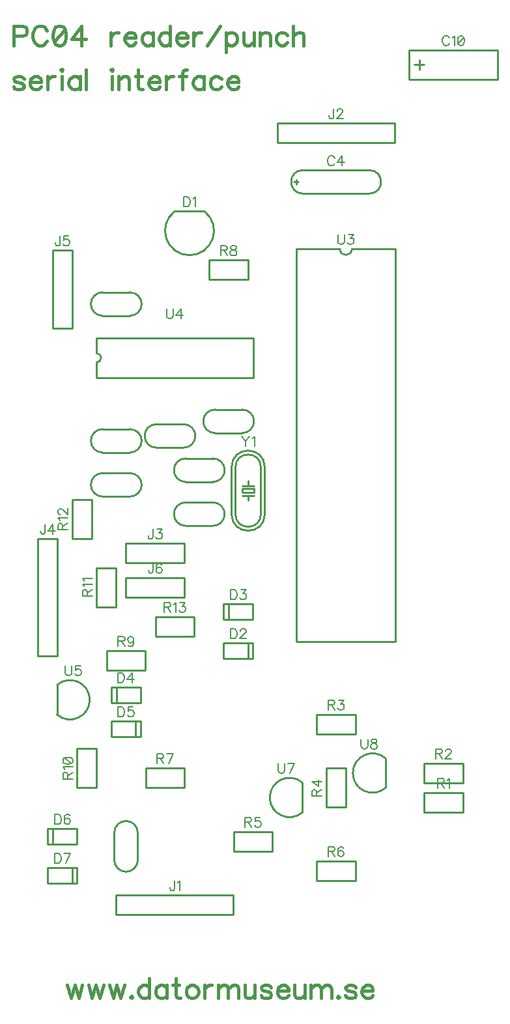
<source format=gto>
G04 DipTrace 2.3.1.0*
%INPC04Controller.GTO*%
%MOMM*%
%ADD10C,0.25*%
%ADD62C,0.196*%
%ADD63C,0.392*%
%FSLAX53Y53*%
G04*
G71*
G90*
G75*
G01*
%LNTopSilk*%
%LPD*%
X48865Y116433D2*
D10*
X57511D1*
X48865Y119482D2*
X57511D1*
Y116433D2*
G03X57511Y119482I-5J1524D01*
G01*
X48865D2*
G03X48865Y116433I5J-1524D01*
G01*
X47987Y117658D2*
Y118258D1*
X47688Y117958D2*
X48287D1*
X62710Y131293D2*
Y135103D1*
X74145D1*
Y131293D2*
Y135103D1*
X62710Y131293D2*
X74145D1*
X63349Y133198D2*
X64622D1*
X63985Y132561D2*
Y133834D1*
X32234Y114147D2*
X36041D1*
X32227Y114142D2*
G03X36049Y114142I1911J-2535D01*
G01*
X38583Y55982D2*
X42393D1*
Y58014D1*
X38583D2*
X42393D1*
X41726Y55982D2*
Y58014D1*
X38583D2*
Y55982D1*
X42393Y63094D2*
X38583D1*
Y61062D1*
X42393D2*
X38583D1*
X39249Y63094D2*
Y61062D1*
X42393D2*
Y63094D1*
X27788Y52299D2*
X23978D1*
Y50267D1*
X27788D2*
X23978D1*
X24644Y52299D2*
Y50267D1*
X27788D2*
Y52299D1*
X23978Y45822D2*
X27788D1*
Y47854D1*
X23978D2*
X27788D1*
X27121Y45822D2*
Y47854D1*
X23978D2*
Y45822D1*
X19533Y33884D2*
X15723D1*
Y31852D1*
X19533D2*
X15723D1*
X16389Y33884D2*
Y31852D1*
X19533D2*
Y33884D1*
X15723Y26772D2*
X19533D1*
Y28804D1*
X15723D2*
X19533D1*
X18866Y26772D2*
Y28804D1*
X15723D2*
Y26772D1*
X24613Y22708D2*
X39853D1*
X24613Y25248D2*
X39853D1*
X24613Y22708D2*
Y25248D1*
X39853Y22708D2*
Y25248D1*
X45568Y123038D2*
X60808D1*
X45568Y125578D2*
X60808D1*
X45568Y123038D2*
Y125578D1*
X60808Y123038D2*
Y125578D1*
X25883Y68428D2*
Y70968D1*
X33503D1*
Y68428D2*
Y70968D1*
X25883Y68428D2*
X33503D1*
X14453Y71603D2*
Y56363D1*
X16993Y71603D2*
Y56363D1*
X14453Y71603D2*
X16993D1*
X14453Y56363D2*
X16993D1*
X16358Y98908D2*
X18898D1*
X16358Y109068D2*
Y98908D1*
X18898Y109068D2*
Y98908D1*
X16358Y109068D2*
X18898D1*
X25883Y63983D2*
Y66523D1*
X33503D1*
Y63983D2*
Y66523D1*
X25883Y63983D2*
X33503D1*
X64622Y38583D2*
X69693D1*
Y36043D2*
Y38583D1*
X64622Y36043D2*
X69693D1*
X64622D2*
Y38583D1*
Y42393D2*
X69693D1*
Y39853D2*
Y42393D1*
X64622Y39853D2*
X69693D1*
X64622D2*
Y42393D1*
X55723Y46203D2*
X50652D1*
Y48743D2*
Y46203D1*
X55723Y48743D2*
X50652D1*
X55723D2*
Y46203D1*
X54458Y41753D2*
Y36682D1*
X51918D2*
X54458D1*
X51918Y41753D2*
Y36682D1*
Y41753D2*
X54458D1*
X39857Y33503D2*
X44928D1*
Y30963D2*
Y33503D1*
X39857Y30963D2*
X44928D1*
X39857D2*
Y33503D1*
X50652Y29693D2*
X55723D1*
Y27153D2*
Y29693D1*
X50652Y27153D2*
X55723D1*
X50652D2*
Y29693D1*
X28427Y41758D2*
X33498D1*
Y39218D2*
Y41758D1*
X28427Y39218D2*
X33498D1*
X28427D2*
Y41758D1*
X36682Y107798D2*
X41753D1*
Y105258D2*
Y107798D1*
X36682Y105258D2*
X41753D1*
X36682D2*
Y107798D1*
X23347Y56998D2*
X28418D1*
Y54458D2*
Y56998D1*
X23347Y54458D2*
X28418D1*
X23347D2*
Y56998D1*
X22073Y44293D2*
Y39222D1*
X19533D2*
X22073D1*
X19533Y44293D2*
Y39222D1*
Y44293D2*
X22073D1*
Y62717D2*
Y67788D1*
X24613D2*
X22073D1*
X24613Y62717D2*
Y67788D1*
Y62717D2*
X22073D1*
X18898Y71607D2*
Y76678D1*
X21438D2*
X18898D1*
X21438Y71607D2*
Y76678D1*
Y71607D2*
X18898D1*
X34768Y58903D2*
X29697D1*
Y61443D2*
Y58903D1*
X34768Y61443D2*
X29697D1*
X34768D2*
Y58903D1*
X48058Y109165D2*
Y58168D1*
X60857D1*
Y109165D2*
Y58168D1*
X48058Y109268D2*
X53657D1*
X60857D2*
X55258D1*
X53657D2*
G03X55258Y109268I800J3D01*
G01*
X22033Y97687D2*
X42433D1*
Y92488D2*
Y97687D1*
X22033Y92488D2*
X42433D1*
X22033D2*
Y94488D1*
Y97687D2*
Y95687D1*
Y94488D2*
G03X22033Y95687I0J600D01*
G01*
X16913Y52568D2*
G02X16913Y48727I1691J-1921D01*
G01*
Y52568D1*
X48822Y36027D2*
G02X48822Y39868I-1691J1921D01*
G01*
Y36027D1*
X59617Y39202D2*
G02X59617Y43043I-1691J1921D01*
G01*
Y39202D1*
X43917Y74777D2*
Y80874D1*
X39599Y74777D2*
Y80874D1*
X43409Y74777D2*
Y80874D1*
X40106D2*
Y74777D1*
X40995Y77571D2*
Y78080D1*
X42520D1*
Y77571D1*
X40995D1*
Y78461D2*
X41758D1*
X42520D1*
X40995Y77190D2*
X41758D1*
X42520D1*
X41758Y78461D2*
Y79096D1*
Y77190D2*
Y76555D1*
X39599Y74777D2*
G03X43917Y74777I2159J0D01*
G01*
Y80874D2*
G03X39599Y80874I-2159J0D01*
G01*
X40106Y74777D2*
G03X43409Y74777I1651J1D01*
G01*
Y80874D2*
G03X40106Y80874I-1651J-1D01*
G01*
X22836Y100559D2*
X26389D1*
X22836Y103607D2*
X26389D1*
Y100559D2*
G03X26389Y103607I2J1524D01*
G01*
X22836D2*
G03X22836Y100559I-2J-1524D01*
G01*
Y82779D2*
X26389D1*
X22836Y85827D2*
X26389D1*
Y82779D2*
G03X26389Y85827I2J1524D01*
G01*
X22836D2*
G03X22836Y82779I-2J-1524D01*
G01*
X29821Y83414D2*
X33374D1*
X29821Y86462D2*
X33374D1*
Y83414D2*
G03X33374Y86462I2J1524D01*
G01*
X29821D2*
G03X29821Y83414I-2J-1524D01*
G01*
X37441Y85319D2*
X40994D1*
X37441Y88367D2*
X40994D1*
Y85319D2*
G03X40994Y88367I2J1524D01*
G01*
X37441D2*
G03X37441Y85319I-2J-1524D01*
G01*
X37184Y82017D2*
X33631D1*
X37184Y78969D2*
X33631D1*
Y82017D2*
G03X33631Y78969I-2J-1524D01*
G01*
X37184D2*
G03X37184Y82017I2J1524D01*
G01*
Y76302D2*
X33631D1*
X22836Y77064D2*
X26389D1*
X37184Y73254D2*
X33631D1*
Y76302D2*
G03X33631Y73254I-2J-1524D01*
G01*
X37184D2*
G03X37184Y76302I2J1524D01*
G01*
X22836Y80112D2*
X26389D1*
Y77064D2*
G03X26389Y80112I2J1524D01*
G01*
X22836D2*
G03X22836Y77064I-2J-1524D01*
G01*
X27407Y29821D2*
Y33374D1*
X24359Y29821D2*
Y33374D1*
X27407D2*
G03X24359Y33374I-1524J2D01*
G01*
Y29821D2*
G03X27407Y29821I1524J-2D01*
G01*
X52992Y121038D2*
D62*
X52931Y121159D1*
X52809Y121281D1*
X52688Y121342D1*
X52445D1*
X52323Y121281D1*
X52203Y121159D1*
X52141Y121038D1*
X52080Y120856D1*
Y120551D1*
X52141Y120370D1*
X52203Y120248D1*
X52323Y120127D1*
X52445Y120066D1*
X52688D1*
X52809Y120127D1*
X52931Y120248D1*
X52992Y120370D1*
X53992Y120066D2*
Y121340D1*
X53384Y120491D1*
X54295D1*
X67913Y136659D2*
X67853Y136780D1*
X67731Y136902D1*
X67610Y136962D1*
X67367D1*
X67245Y136902D1*
X67124Y136780D1*
X67063Y136659D1*
X67002Y136477D1*
Y136172D1*
X67063Y135991D1*
X67124Y135869D1*
X67245Y135748D1*
X67367Y135686D1*
X67610D1*
X67731Y135748D1*
X67853Y135869D1*
X67913Y135991D1*
X68305Y136718D2*
X68428Y136780D1*
X68610Y136961D1*
Y135686D1*
X69367Y136961D2*
X69185Y136901D1*
X69063Y136718D1*
X69002Y136415D1*
Y136232D1*
X69063Y135929D1*
X69185Y135747D1*
X69367Y135686D1*
X69488D1*
X69670Y135747D1*
X69791Y135929D1*
X69853Y136232D1*
Y136415D1*
X69791Y136718D1*
X69670Y136901D1*
X69488Y136961D1*
X69367D1*
X69791Y136718D2*
X69063Y135929D1*
X33364Y116007D2*
Y114731D1*
X33789D1*
X33972Y114793D1*
X34094Y114914D1*
X34154Y115036D1*
X34215Y115217D1*
Y115522D1*
X34154Y115704D1*
X34094Y115825D1*
X33972Y115947D1*
X33789Y116007D1*
X33364D1*
X34607Y115763D2*
X34729Y115825D1*
X34911Y116006D1*
Y114731D1*
X39441Y59873D2*
Y58597D1*
X39866D1*
X40049Y58659D1*
X40171Y58780D1*
X40231Y58902D1*
X40292Y59083D1*
Y59388D1*
X40231Y59570D1*
X40171Y59691D1*
X40049Y59813D1*
X39866Y59873D1*
X39441D1*
X40745Y59569D2*
Y59629D1*
X40806Y59751D1*
X40866Y59812D1*
X40988Y59872D1*
X41231D1*
X41352Y59812D1*
X41412Y59751D1*
X41474Y59629D1*
Y59508D1*
X41412Y59386D1*
X41292Y59205D1*
X40684Y58597D1*
X41534D1*
X39441Y64953D2*
Y63677D1*
X39866D1*
X40049Y63739D1*
X40171Y63860D1*
X40231Y63982D1*
X40292Y64163D1*
Y64468D1*
X40231Y64650D1*
X40171Y64771D1*
X40049Y64893D1*
X39866Y64953D1*
X39441D1*
X40806Y64952D2*
X41473D1*
X41109Y64466D1*
X41292D1*
X41412Y64406D1*
X41473Y64346D1*
X41534Y64163D1*
Y64042D1*
X41473Y63860D1*
X41352Y63738D1*
X41169Y63677D1*
X40987D1*
X40806Y63738D1*
X40745Y63800D1*
X40684Y63920D1*
X24806Y54158D2*
Y52882D1*
X25231D1*
X25413Y52944D1*
X25536Y53065D1*
X25596Y53187D1*
X25656Y53368D1*
Y53673D1*
X25596Y53855D1*
X25536Y53976D1*
X25413Y54098D1*
X25231Y54158D1*
X24806D1*
X26656Y52882D2*
Y54157D1*
X26048Y53308D1*
X26960D1*
X24836Y49713D2*
Y48437D1*
X25261D1*
X25444Y48499D1*
X25566Y48620D1*
X25626Y48742D1*
X25687Y48923D1*
Y49228D1*
X25626Y49410D1*
X25566Y49531D1*
X25444Y49653D1*
X25261Y49713D1*
X24836D1*
X26807Y49712D2*
X26201D1*
X26140Y49166D1*
X26201Y49226D1*
X26383Y49288D1*
X26564D1*
X26747Y49226D1*
X26869Y49106D1*
X26929Y48923D1*
Y48802D1*
X26869Y48620D1*
X26747Y48498D1*
X26564Y48437D1*
X26383D1*
X26201Y48498D1*
X26140Y48560D1*
X26079Y48680D1*
X16612Y35743D2*
Y34467D1*
X17037D1*
X17220Y34529D1*
X17342Y34650D1*
X17402Y34772D1*
X17462Y34953D1*
Y35258D1*
X17402Y35440D1*
X17342Y35561D1*
X17220Y35683D1*
X17037Y35743D1*
X16612D1*
X18583Y35561D2*
X18523Y35682D1*
X18340Y35742D1*
X18220D1*
X18037Y35682D1*
X17915Y35499D1*
X17855Y35196D1*
Y34893D1*
X17915Y34650D1*
X18037Y34528D1*
X18220Y34467D1*
X18280D1*
X18461Y34528D1*
X18583Y34650D1*
X18644Y34832D1*
Y34893D1*
X18583Y35075D1*
X18461Y35196D1*
X18280Y35256D1*
X18220D1*
X18037Y35196D1*
X17915Y35075D1*
X17855Y34893D1*
X16581Y30663D2*
Y29387D1*
X17006D1*
X17189Y29449D1*
X17311Y29570D1*
X17371Y29692D1*
X17432Y29873D1*
Y30178D1*
X17371Y30360D1*
X17311Y30481D1*
X17189Y30603D1*
X17006Y30663D1*
X16581D1*
X18067Y29387D2*
X18674Y30662D1*
X17824D1*
X32188Y27107D2*
Y26136D1*
X32128Y25954D1*
X32066Y25893D1*
X31945Y25831D1*
X31823D1*
X31702Y25893D1*
X31642Y25954D1*
X31580Y26136D1*
Y26257D1*
X32580Y26863D2*
X32702Y26925D1*
X32885Y27106D1*
Y25831D1*
X52870Y127437D2*
Y126466D1*
X52810Y126284D1*
X52748Y126223D1*
X52627Y126161D1*
X52505D1*
X52384Y126223D1*
X52324Y126284D1*
X52262Y126466D1*
Y126587D1*
X53324Y127133D2*
Y127193D1*
X53384Y127315D1*
X53445Y127376D1*
X53567Y127436D1*
X53810D1*
X53930Y127376D1*
X53991Y127315D1*
X54053Y127193D1*
Y127072D1*
X53991Y126950D1*
X53870Y126769D1*
X53262Y126161D1*
X54113D1*
X29375Y72827D2*
Y71856D1*
X29315Y71674D1*
X29253Y71613D1*
X29132Y71551D1*
X29010D1*
X28889Y71613D1*
X28829Y71674D1*
X28767Y71856D1*
Y71977D1*
X29889Y72826D2*
X30556D1*
X30193Y72340D1*
X30375D1*
X30496Y72280D1*
X30556Y72220D1*
X30618Y72037D1*
Y71916D1*
X30556Y71734D1*
X30435Y71612D1*
X30253Y71551D1*
X30070D1*
X29889Y71612D1*
X29829Y71674D1*
X29767Y71794D1*
X15375Y73462D2*
Y72491D1*
X15315Y72309D1*
X15253Y72248D1*
X15132Y72186D1*
X15010D1*
X14889Y72248D1*
X14829Y72309D1*
X14767Y72491D1*
Y72612D1*
X16375Y72186D2*
Y73461D1*
X15767Y72612D1*
X16678D1*
X17310Y110927D2*
Y109956D1*
X17250Y109774D1*
X17188Y109713D1*
X17067Y109651D1*
X16945D1*
X16824Y109713D1*
X16764Y109774D1*
X16702Y109956D1*
Y110077D1*
X18431Y110926D2*
X17824D1*
X17764Y110380D1*
X17824Y110440D1*
X18007Y110502D1*
X18188D1*
X18370Y110440D1*
X18493Y110320D1*
X18553Y110137D1*
Y110016D1*
X18493Y109834D1*
X18370Y109712D1*
X18188Y109651D1*
X18007D1*
X17824Y109712D1*
X17764Y109774D1*
X17702Y109894D1*
X29406Y68382D2*
Y67411D1*
X29346Y67229D1*
X29284Y67168D1*
X29163Y67106D1*
X29041D1*
X28920Y67168D1*
X28860Y67229D1*
X28798Y67411D1*
Y67532D1*
X30527Y68200D2*
X30466Y68321D1*
X30284Y68381D1*
X30163D1*
X29981Y68321D1*
X29858Y68138D1*
X29798Y67835D1*
Y67532D1*
X29858Y67289D1*
X29981Y67167D1*
X30163Y67106D1*
X30223D1*
X30405Y67167D1*
X30527Y67289D1*
X30587Y67471D1*
Y67532D1*
X30527Y67714D1*
X30405Y67835D1*
X30223Y67895D1*
X30163D1*
X29981Y67835D1*
X29858Y67714D1*
X29798Y67532D1*
X66384Y39835D2*
X66930D1*
X67112Y39896D1*
X67174Y39957D1*
X67235Y40077D1*
Y40200D1*
X67174Y40320D1*
X67112Y40382D1*
X66930Y40442D1*
X66384D1*
Y39166D1*
X66809Y39835D2*
X67235Y39166D1*
X67627Y40198D2*
X67749Y40260D1*
X67931Y40441D1*
Y39166D1*
X66111Y43645D2*
X66657D1*
X66839Y43706D1*
X66901Y43767D1*
X66962Y43887D1*
Y44010D1*
X66901Y44130D1*
X66839Y44192D1*
X66657Y44252D1*
X66111D1*
Y42976D1*
X66536Y43645D2*
X66962Y42976D1*
X67415Y43948D2*
Y44008D1*
X67476Y44130D1*
X67536Y44191D1*
X67658Y44251D1*
X67901D1*
X68022Y44191D1*
X68082Y44130D1*
X68144Y44008D1*
Y43887D1*
X68082Y43765D1*
X67962Y43584D1*
X67354Y42976D1*
X68204D1*
X52141Y49995D2*
X52687D1*
X52869Y50056D1*
X52931Y50117D1*
X52992Y50237D1*
Y50360D1*
X52931Y50480D1*
X52869Y50542D1*
X52687Y50602D1*
X52141D1*
Y49326D1*
X52566Y49995D2*
X52992Y49326D1*
X53506Y50601D2*
X54173D1*
X53809Y50115D1*
X53992D1*
X54112Y50055D1*
X54173Y49995D1*
X54234Y49812D1*
Y49691D1*
X54173Y49509D1*
X54052Y49387D1*
X53869Y49326D1*
X53687D1*
X53506Y49387D1*
X53445Y49449D1*
X53384Y49569D1*
X50666Y38141D2*
Y38687D1*
X50604Y38869D1*
X50543Y38931D1*
X50423Y38991D1*
X50301D1*
X50180Y38931D1*
X50118Y38869D1*
X50058Y38687D1*
Y38141D1*
X51334D1*
X50666Y38566D2*
X51334Y38991D1*
Y39991D2*
X50059D1*
X50908Y39383D1*
Y40295D1*
X41346Y34755D2*
X41892D1*
X42074Y34816D1*
X42136Y34877D1*
X42197Y34997D1*
Y35120D1*
X42136Y35240D1*
X42074Y35302D1*
X41892Y35362D1*
X41346D1*
Y34086D1*
X41771Y34755D2*
X42197Y34086D1*
X43317Y35361D2*
X42711D1*
X42650Y34815D1*
X42711Y34875D1*
X42893Y34937D1*
X43074D1*
X43257Y34875D1*
X43379Y34755D1*
X43439Y34572D1*
Y34451D1*
X43379Y34269D1*
X43257Y34147D1*
X43074Y34086D1*
X42893D1*
X42711Y34147D1*
X42650Y34209D1*
X42589Y34329D1*
X52172Y30945D2*
X52718D1*
X52900Y31006D1*
X52962Y31067D1*
X53022Y31187D1*
Y31310D1*
X52962Y31430D1*
X52900Y31492D1*
X52718Y31552D1*
X52172D1*
Y30276D1*
X52597Y30945D2*
X53022Y30276D1*
X54143Y31370D2*
X54083Y31491D1*
X53900Y31551D1*
X53780D1*
X53597Y31491D1*
X53475Y31308D1*
X53415Y31005D1*
Y30702D1*
X53475Y30459D1*
X53597Y30337D1*
X53780Y30276D1*
X53840D1*
X54021Y30337D1*
X54143Y30459D1*
X54204Y30641D1*
Y30702D1*
X54143Y30884D1*
X54021Y31005D1*
X53840Y31065D1*
X53780D1*
X53597Y31005D1*
X53475Y30884D1*
X53415Y30702D1*
X29916Y43010D2*
X30462D1*
X30644Y43071D1*
X30706Y43132D1*
X30767Y43252D1*
Y43375D1*
X30706Y43495D1*
X30644Y43557D1*
X30462Y43617D1*
X29916D1*
Y42341D1*
X30341Y43010D2*
X30767Y42341D1*
X31402D2*
X32009Y43616D1*
X31159D1*
X38171Y109050D2*
X38718D1*
X38900Y109111D1*
X38962Y109172D1*
X39022Y109292D1*
Y109415D1*
X38962Y109535D1*
X38900Y109597D1*
X38718Y109657D1*
X38171D1*
Y108381D1*
X38597Y109050D2*
X39022Y108381D1*
X39718Y109656D2*
X39537Y109596D1*
X39475Y109475D1*
Y109353D1*
X39537Y109232D1*
X39657Y109170D1*
X39900Y109110D1*
X40083Y109050D1*
X40203Y108927D1*
X40264Y108807D1*
Y108624D1*
X40203Y108504D1*
X40143Y108442D1*
X39960Y108381D1*
X39718D1*
X39537Y108442D1*
X39475Y108504D1*
X39414Y108624D1*
Y108807D1*
X39475Y108927D1*
X39597Y109050D1*
X39778Y109110D1*
X40021Y109170D1*
X40143Y109232D1*
X40203Y109353D1*
Y109475D1*
X40143Y109596D1*
X39960Y109656D1*
X39718D1*
X24866Y58250D2*
X25412D1*
X25595Y58311D1*
X25656Y58372D1*
X25717Y58492D1*
Y58615D1*
X25656Y58735D1*
X25595Y58797D1*
X25412Y58857D1*
X24866D1*
Y57581D1*
X25291Y58250D2*
X25717Y57581D1*
X26899Y58432D2*
X26837Y58250D1*
X26717Y58127D1*
X26534Y58067D1*
X26474D1*
X26291Y58127D1*
X26171Y58250D1*
X26109Y58432D1*
Y58492D1*
X26171Y58675D1*
X26291Y58796D1*
X26474Y58856D1*
X26534D1*
X26717Y58796D1*
X26837Y58675D1*
X26899Y58432D1*
Y58127D1*
X26837Y57824D1*
X26717Y57642D1*
X26534Y57581D1*
X26413D1*
X26231Y57642D1*
X26171Y57764D1*
X18281Y40362D2*
Y40908D1*
X18219Y41091D1*
X18158Y41153D1*
X18038Y41213D1*
X17916D1*
X17795Y41153D1*
X17733Y41091D1*
X17673Y40908D1*
Y40362D1*
X18949D1*
X18281Y40788D2*
X18949Y41213D1*
X17917Y41605D2*
X17855Y41727D1*
X17674Y41910D1*
X18949D1*
X17674Y42667D2*
X17735Y42485D1*
X17917Y42362D1*
X18220Y42302D1*
X18403D1*
X18706Y42362D1*
X18888Y42485D1*
X18949Y42667D1*
Y42788D1*
X18888Y42970D1*
X18706Y43091D1*
X18403Y43153D1*
X18220D1*
X17917Y43091D1*
X17735Y42970D1*
X17674Y42788D1*
Y42667D1*
X17917Y43091D2*
X18706Y42362D1*
X20821Y64130D2*
Y64677D1*
X20759Y64859D1*
X20698Y64921D1*
X20578Y64981D1*
X20456D1*
X20335Y64921D1*
X20273Y64859D1*
X20213Y64677D1*
Y64130D1*
X21489D1*
X20821Y64556D2*
X21489Y64981D1*
X20457Y65373D2*
X20395Y65495D1*
X20214Y65678D1*
X21489D1*
X20457Y66070D2*
X20395Y66192D1*
X20214Y66375D1*
X21489D1*
X17646Y72747D2*
Y73293D1*
X17584Y73476D1*
X17523Y73538D1*
X17403Y73598D1*
X17281D1*
X17160Y73538D1*
X17098Y73476D1*
X17038Y73293D1*
Y72747D1*
X18314D1*
X17646Y73173D2*
X18314Y73598D1*
X17282Y73990D2*
X17220Y74112D1*
X17039Y74295D1*
X18314D1*
X17342Y74749D2*
X17282D1*
X17160Y74809D1*
X17100Y74870D1*
X17039Y74992D1*
Y75235D1*
X17100Y75355D1*
X17160Y75416D1*
X17282Y75477D1*
X17403D1*
X17525Y75416D1*
X17706Y75295D1*
X18314Y74687D1*
Y75538D1*
X30837Y62695D2*
X31383D1*
X31566Y62756D1*
X31628Y62817D1*
X31688Y62937D1*
Y63060D1*
X31628Y63180D1*
X31566Y63242D1*
X31383Y63302D1*
X30837D1*
Y62026D1*
X31263Y62695D2*
X31688Y62026D1*
X32080Y63058D2*
X32202Y63120D1*
X32385Y63301D1*
Y62026D1*
X32899Y63301D2*
X33566D1*
X33202Y62815D1*
X33385D1*
X33506Y62755D1*
X33566Y62695D1*
X33628Y62512D1*
Y62391D1*
X33566Y62209D1*
X33445Y62087D1*
X33263Y62026D1*
X33080D1*
X32899Y62087D1*
X32839Y62149D1*
X32777Y62269D1*
X53411Y111127D2*
Y110216D1*
X53471Y110034D1*
X53593Y109913D1*
X53776Y109851D1*
X53897D1*
X54079Y109913D1*
X54201Y110034D1*
X54262Y110216D1*
Y111127D1*
X54776Y111126D2*
X55443D1*
X55079Y110640D1*
X55262D1*
X55382Y110580D1*
X55443Y110520D1*
X55504Y110337D1*
Y110216D1*
X55443Y110034D1*
X55322Y109912D1*
X55139Y109851D1*
X54957D1*
X54776Y109912D1*
X54715Y109974D1*
X54654Y110094D1*
X31156Y101497D2*
Y100586D1*
X31216Y100404D1*
X31338Y100283D1*
X31521Y100221D1*
X31641D1*
X31824Y100283D1*
X31946Y100404D1*
X32006Y100586D1*
Y101497D1*
X33006Y100221D2*
Y101496D1*
X32398Y100647D1*
X33310D1*
X17991Y55066D2*
Y54155D1*
X18051Y53973D1*
X18173Y53852D1*
X18356Y53790D1*
X18477D1*
X18659Y53852D1*
X18781Y53973D1*
X18842Y54155D1*
Y55066D1*
X19962Y55065D2*
X19356D1*
X19296Y54519D1*
X19356Y54579D1*
X19538Y54641D1*
X19720D1*
X19902Y54579D1*
X20024Y54459D1*
X20085Y54276D1*
Y54155D1*
X20024Y53973D1*
X19902Y53851D1*
X19720Y53790D1*
X19538D1*
X19356Y53851D1*
X19296Y53912D1*
X19234Y54033D1*
X45651Y42366D2*
Y41455D1*
X45711Y41273D1*
X45833Y41152D1*
X46016Y41090D1*
X46136D1*
X46319Y41152D1*
X46441Y41273D1*
X46501Y41455D1*
Y42366D1*
X47136Y41090D2*
X47744Y42365D1*
X46894D1*
X56446Y45541D2*
Y44630D1*
X56507Y44448D1*
X56629Y44327D1*
X56811Y44265D1*
X56932D1*
X57115Y44327D1*
X57237Y44448D1*
X57297Y44630D1*
Y45541D1*
X57993Y45540D2*
X57811Y45480D1*
X57750Y45359D1*
Y45237D1*
X57811Y45116D1*
X57932Y45054D1*
X58175Y44994D1*
X58358Y44934D1*
X58478Y44811D1*
X58539Y44691D1*
Y44508D1*
X58478Y44387D1*
X58418Y44326D1*
X58235Y44265D1*
X57993D1*
X57811Y44326D1*
X57750Y44387D1*
X57689Y44508D1*
Y44691D1*
X57750Y44811D1*
X57872Y44934D1*
X58053Y44994D1*
X58296Y45054D1*
X58418Y45116D1*
X58478Y45237D1*
Y45359D1*
X58418Y45480D1*
X58235Y45540D1*
X57993D1*
X40923Y84892D2*
X41409Y84285D1*
Y83616D1*
X41895Y84892D2*
X41409Y84285D1*
X42287Y84648D2*
X42409Y84710D1*
X42592Y84891D1*
Y83616D1*
X18263Y13571D2*
D63*
X18748Y11870D1*
X19234Y13571D1*
X19720Y11870D1*
X20206Y13571D1*
X20990D2*
X21476Y11870D1*
X21961Y13571D1*
X22447Y11870D1*
X22933Y13571D1*
X23717D2*
X24203Y11870D1*
X24689Y13571D1*
X25174Y11870D1*
X25660Y13571D1*
X26565Y12114D2*
X26444Y11991D1*
X26565Y11870D1*
X26689Y11991D1*
X26565Y12114D1*
X28930Y14422D2*
Y11870D1*
Y13206D2*
X28689Y13451D1*
X28444Y13571D1*
X28079D1*
X27838Y13451D1*
X27594Y13206D1*
X27473Y12841D1*
Y12600D1*
X27594Y12235D1*
X27838Y11994D1*
X28079Y11870D1*
X28444D1*
X28689Y11994D1*
X28930Y12235D1*
X31172Y13571D2*
Y11870D1*
Y13206D2*
X30930Y13451D1*
X30686Y13571D1*
X30324D1*
X30079Y13451D1*
X29838Y13206D1*
X29714Y12841D1*
Y12600D1*
X29838Y12235D1*
X30079Y11994D1*
X30324Y11870D1*
X30686D1*
X30930Y11994D1*
X31172Y12235D1*
X32321Y14422D2*
Y12356D1*
X32442Y11994D1*
X32686Y11870D1*
X32927D1*
X31956Y13571D2*
X32807D1*
X34318D2*
X34077Y13451D1*
X33832Y13206D1*
X33712Y12841D1*
Y12600D1*
X33832Y12235D1*
X34077Y11994D1*
X34318Y11870D1*
X34683D1*
X34927Y11994D1*
X35169Y12235D1*
X35292Y12600D1*
Y12841D1*
X35169Y13206D1*
X34927Y13451D1*
X34683Y13571D1*
X34318D1*
X36077D2*
Y11870D1*
Y12841D2*
X36200Y13206D1*
X36442Y13451D1*
X36686Y13571D1*
X37051D1*
X37835D2*
Y11870D1*
Y13086D2*
X38200Y13451D1*
X38445Y13571D1*
X38807D1*
X39051Y13451D1*
X39172Y13086D1*
Y11870D1*
Y13086D2*
X39537Y13451D1*
X39781Y13571D1*
X40143D1*
X40388Y13451D1*
X40511Y13086D1*
Y11870D1*
X41295Y13571D2*
Y12356D1*
X41416Y11994D1*
X41660Y11870D1*
X42025D1*
X42267Y11994D1*
X42632Y12356D1*
Y13571D2*
Y11870D1*
X44753Y13206D2*
X44632Y13451D1*
X44267Y13571D1*
X43902D1*
X43537Y13451D1*
X43416Y13206D1*
X43537Y12965D1*
X43781Y12841D1*
X44388Y12721D1*
X44632Y12600D1*
X44753Y12356D1*
Y12235D1*
X44632Y11994D1*
X44267Y11870D1*
X43902D1*
X43537Y11994D1*
X43416Y12235D1*
X45537Y12841D2*
X46994D1*
Y13086D1*
X46873Y13330D1*
X46753Y13451D1*
X46508Y13571D1*
X46143D1*
X45902Y13451D1*
X45658Y13206D1*
X45537Y12841D1*
Y12600D1*
X45658Y12235D1*
X45902Y11994D1*
X46143Y11870D1*
X46508D1*
X46753Y11994D1*
X46994Y12235D1*
X47778Y13571D2*
Y12356D1*
X47899Y11994D1*
X48143Y11870D1*
X48508D1*
X48750Y11994D1*
X49115Y12356D1*
Y13571D2*
Y11870D1*
X49899Y13571D2*
Y11870D1*
Y13086D2*
X50264Y13451D1*
X50508Y13571D1*
X50871D1*
X51115Y13451D1*
X51236Y13086D1*
Y11870D1*
Y13086D2*
X51601Y13451D1*
X51845Y13571D1*
X52207D1*
X52451Y13451D1*
X52575Y13086D1*
Y11870D1*
X53480Y12114D2*
X53359Y11991D1*
X53480Y11870D1*
X53604Y11991D1*
X53480Y12114D1*
X55724Y13206D2*
X55604Y13451D1*
X55239Y13571D1*
X54874D1*
X54509Y13451D1*
X54388Y13206D1*
X54509Y12965D1*
X54753Y12841D1*
X55359Y12721D1*
X55604Y12600D1*
X55724Y12356D1*
Y12235D1*
X55604Y11994D1*
X55239Y11870D1*
X54874D1*
X54509Y11994D1*
X54388Y12235D1*
X56509Y12841D2*
X57966D1*
Y13086D1*
X57845Y13330D1*
X57724Y13451D1*
X57480Y13571D1*
X57115D1*
X56874Y13451D1*
X56629Y13206D1*
X56509Y12841D1*
Y12600D1*
X56629Y12235D1*
X56874Y11994D1*
X57115Y11870D1*
X57480D1*
X57724Y11994D1*
X57966Y12235D1*
X11278Y136911D2*
X12373D1*
X12735Y137031D1*
X12858Y137155D1*
X12979Y137396D1*
Y137761D1*
X12858Y138003D1*
X12735Y138126D1*
X12373Y138247D1*
X11278D1*
Y135695D1*
X15586Y137641D2*
X15465Y137882D1*
X15221Y138126D1*
X14979Y138247D1*
X14493D1*
X14249Y138126D1*
X14008Y137882D1*
X13884Y137641D1*
X13763Y137276D1*
Y136666D1*
X13884Y136304D1*
X14008Y136060D1*
X14249Y135819D1*
X14493Y135695D1*
X14979D1*
X15221Y135819D1*
X15465Y136060D1*
X15586Y136304D1*
X17100Y138244D2*
X16735Y138124D1*
X16491Y137759D1*
X16370Y137152D1*
Y136787D1*
X16491Y136181D1*
X16735Y135816D1*
X17100Y135695D1*
X17341D1*
X17706Y135816D1*
X17948Y136181D1*
X18071Y136787D1*
Y137152D1*
X17948Y137759D1*
X17706Y138124D1*
X17341Y138244D1*
X17100D1*
X17948Y137759D2*
X16491Y136181D1*
X20071Y135695D2*
Y138244D1*
X18856Y136546D1*
X20678D1*
X23931Y137396D2*
Y135695D1*
Y136666D2*
X24055Y137031D1*
X24296Y137276D1*
X24540Y137396D1*
X24905D1*
X25690Y136666D2*
X27147D1*
Y136911D1*
X27026Y137155D1*
X26905Y137276D1*
X26661Y137396D1*
X26296D1*
X26055Y137276D1*
X25810Y137031D1*
X25690Y136666D1*
Y136425D1*
X25810Y136060D1*
X26055Y135819D1*
X26296Y135695D1*
X26661D1*
X26905Y135819D1*
X27147Y136060D1*
X29388Y137396D2*
Y135695D1*
Y137031D2*
X29147Y137276D1*
X28903Y137396D1*
X28540D1*
X28296Y137276D1*
X28055Y137031D1*
X27931Y136666D1*
Y136425D1*
X28055Y136060D1*
X28296Y135819D1*
X28540Y135695D1*
X28903D1*
X29147Y135819D1*
X29388Y136060D1*
X31630Y138247D2*
Y135695D1*
Y137031D2*
X31388Y137276D1*
X31144Y137396D1*
X30779D1*
X30538Y137276D1*
X30293Y137031D1*
X30173Y136666D1*
Y136425D1*
X30293Y136060D1*
X30538Y135819D1*
X30779Y135695D1*
X31144D1*
X31388Y135819D1*
X31630Y136060D1*
X32414Y136666D2*
X33871D1*
Y136911D1*
X33751Y137155D1*
X33630Y137276D1*
X33386Y137396D1*
X33021D1*
X32779Y137276D1*
X32535Y137031D1*
X32414Y136666D1*
Y136425D1*
X32535Y136060D1*
X32779Y135819D1*
X33021Y135695D1*
X33386D1*
X33630Y135819D1*
X33871Y136060D1*
X34656Y137396D2*
Y135695D1*
Y136666D2*
X34779Y137031D1*
X35021Y137276D1*
X35265Y137396D1*
X35630D1*
X36414Y135695D2*
X38116Y138244D1*
X38900Y137396D2*
Y134844D1*
Y137031D2*
X39144Y137273D1*
X39386Y137396D1*
X39751D1*
X39995Y137273D1*
X40237Y137031D1*
X40360Y136666D1*
Y136422D1*
X40237Y136060D1*
X39995Y135816D1*
X39751Y135695D1*
X39386D1*
X39144Y135816D1*
X38900Y136060D1*
X41144Y137396D2*
Y136181D1*
X41265Y135819D1*
X41509Y135695D1*
X41874D1*
X42116Y135819D1*
X42481Y136181D1*
Y137396D2*
Y135695D1*
X43265Y137396D2*
Y135695D1*
Y136911D2*
X43630Y137276D1*
X43874Y137396D1*
X44237D1*
X44481Y137276D1*
X44602Y136911D1*
Y135695D1*
X46846Y137031D2*
X46602Y137276D1*
X46357Y137396D1*
X45995D1*
X45751Y137276D1*
X45509Y137031D1*
X45386Y136666D1*
Y136425D1*
X45509Y136060D1*
X45751Y135819D1*
X45995Y135695D1*
X46357D1*
X46602Y135819D1*
X46846Y136060D1*
X47630Y138247D2*
Y135695D1*
Y136911D2*
X47995Y137276D1*
X48240Y137396D1*
X48605D1*
X48846Y137276D1*
X48967Y136911D1*
Y135695D1*
X12614Y131316D2*
X12493Y131561D1*
X12128Y131681D1*
X11763D1*
X11398Y131561D1*
X11278Y131316D1*
X11398Y131075D1*
X11643Y130951D1*
X12249Y130831D1*
X12493Y130710D1*
X12614Y130466D1*
Y130345D1*
X12493Y130104D1*
X12128Y129980D1*
X11763D1*
X11398Y130104D1*
X11278Y130345D1*
X13398Y130951D2*
X14856D1*
Y131196D1*
X14735Y131440D1*
X14614Y131561D1*
X14370Y131681D1*
X14005D1*
X13763Y131561D1*
X13519Y131316D1*
X13398Y130951D1*
Y130710D1*
X13519Y130345D1*
X13763Y130104D1*
X14005Y129980D1*
X14370D1*
X14614Y130104D1*
X14856Y130345D1*
X15640Y131681D2*
Y129980D1*
Y130951D2*
X15763Y131316D1*
X16005Y131561D1*
X16249Y131681D1*
X16614D1*
X17398Y132532D2*
X17519Y132411D1*
X17643Y132532D1*
X17519Y132656D1*
X17398Y132532D1*
X17519Y131681D2*
Y129980D1*
X19884Y131681D2*
Y129980D1*
Y131316D2*
X19643Y131561D1*
X19399Y131681D1*
X19036D1*
X18792Y131561D1*
X18551Y131316D1*
X18427Y130951D1*
Y130710D1*
X18551Y130345D1*
X18792Y130104D1*
X19036Y129980D1*
X19399D1*
X19643Y130104D1*
X19884Y130345D1*
X20669Y132532D2*
Y129980D1*
X23922Y132532D2*
X24043Y132411D1*
X24166Y132532D1*
X24043Y132656D1*
X23922Y132532D1*
X24043Y131681D2*
Y129980D1*
X24950Y131681D2*
Y129980D1*
Y131196D2*
X25315Y131561D1*
X25560Y131681D1*
X25922D1*
X26166Y131561D1*
X26287Y131196D1*
Y129980D1*
X27436Y132532D2*
Y130466D1*
X27557Y130104D1*
X27801Y129980D1*
X28043D1*
X27071Y131681D2*
X27922D1*
X28827Y130951D2*
X30284D1*
Y131196D1*
X30163Y131440D1*
X30043Y131561D1*
X29798Y131681D1*
X29433D1*
X29192Y131561D1*
X28948Y131316D1*
X28827Y130951D1*
Y130710D1*
X28948Y130345D1*
X29192Y130104D1*
X29433Y129980D1*
X29798D1*
X30043Y130104D1*
X30284Y130345D1*
X31068Y131681D2*
Y129980D1*
Y130951D2*
X31192Y131316D1*
X31433Y131561D1*
X31678Y131681D1*
X32043D1*
X33798Y132532D2*
X33557D1*
X33313Y132411D1*
X33192Y132046D1*
Y129980D1*
X32827Y131681D2*
X33678D1*
X36040D2*
Y129980D1*
Y131316D2*
X35799Y131561D1*
X35554Y131681D1*
X35192D1*
X34948Y131561D1*
X34706Y131316D1*
X34583Y130951D1*
Y130710D1*
X34706Y130345D1*
X34948Y130104D1*
X35192Y129980D1*
X35554D1*
X35799Y130104D1*
X36040Y130345D1*
X38284Y131316D2*
X38040Y131561D1*
X37796Y131681D1*
X37434D1*
X37189Y131561D1*
X36948Y131316D1*
X36824Y130951D1*
Y130710D1*
X36948Y130345D1*
X37189Y130104D1*
X37434Y129980D1*
X37796D1*
X38040Y130104D1*
X38284Y130345D1*
X39069Y130951D2*
X40526D1*
Y131196D1*
X40405Y131440D1*
X40284Y131561D1*
X40040Y131681D1*
X39675D1*
X39434Y131561D1*
X39189Y131316D1*
X39069Y130951D1*
Y130710D1*
X39189Y130345D1*
X39434Y130104D1*
X39675Y129980D1*
X40040D1*
X40284Y130104D1*
X40526Y130345D1*
M02*

</source>
